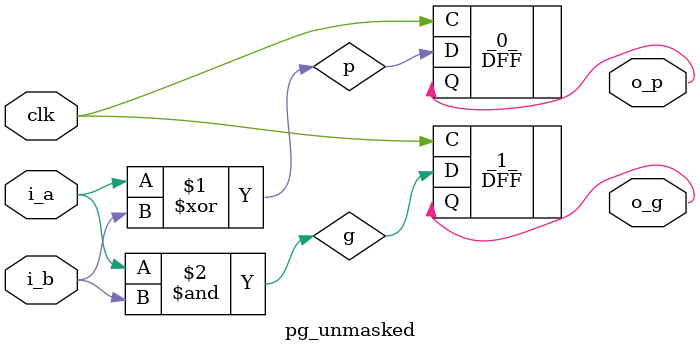
<source format=v>
/* Generated by Yosys 0.9 (git sha1 1979e0b) */

module circuit(clk, i_a, i_b, o_p, o_g);
  input clk;
  input i_a;
  input i_b;
  output o_g;
  output o_p;
  pg_unmasked uut (
    .clk(clk),
    .i_a(i_a),
    .i_b(i_b),
    .o_g(o_g),
    .o_p(o_p)
  );
endmodule

module pg_unmasked(clk, i_a, i_b, o_p, o_g);
  input clk;
  wire g;
  input i_a;
  input i_b;
  output o_g;
  output o_p;
  wire p;
  DFF _0_ (
    .C(clk),
    .D(p),
    .Q(o_p)
  );
  DFF _1_ (
    .C(clk),
    .D(g),
    .Q(o_g)
  );
  assign p = i_a ^ i_b;
  assign g = i_a & i_b;
endmodule

</source>
